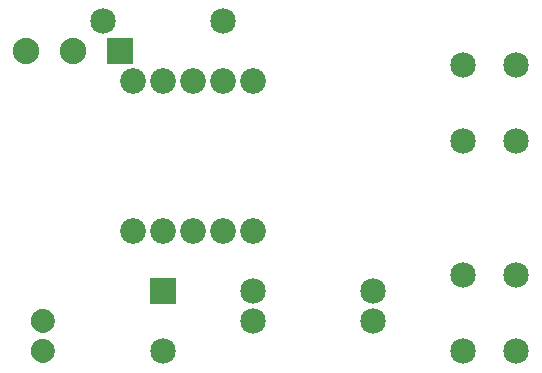
<source format=gts>
G04 MADE WITH FRITZING*
G04 WWW.FRITZING.ORG*
G04 DOUBLE SIDED*
G04 HOLES PLATED*
G04 CONTOUR ON CENTER OF CONTOUR VECTOR*
%ASAXBY*%
%FSLAX23Y23*%
%MOIN*%
%OFA0B0*%
%SFA1.0B1.0*%
%ADD10C,0.088000*%
%ADD11C,0.085000*%
%ADD12C,0.086000*%
%ADD13R,0.088000X0.088000*%
%ADD14R,0.085000X0.085000*%
%ADD15R,0.001000X0.001000*%
%LNMASK1*%
G90*
G70*
G54D10*
X430Y1189D03*
X274Y1189D03*
X118Y1189D03*
G54D11*
X1574Y889D03*
X1574Y1145D03*
X1752Y889D03*
X1752Y1145D03*
X1574Y189D03*
X1574Y445D03*
X1752Y189D03*
X1752Y445D03*
X574Y389D03*
X574Y189D03*
X874Y389D03*
X1274Y389D03*
X874Y289D03*
X1274Y289D03*
X374Y1289D03*
X774Y1289D03*
G54D12*
X474Y589D03*
X574Y589D03*
X674Y589D03*
X774Y589D03*
X874Y589D03*
X474Y1089D03*
X574Y1089D03*
X674Y1089D03*
X774Y1089D03*
X874Y1089D03*
G54D13*
X430Y1189D03*
G54D14*
X574Y389D03*
G54D15*
X167Y330D02*
X180Y330D01*
X163Y329D02*
X185Y329D01*
X160Y328D02*
X188Y328D01*
X158Y327D02*
X190Y327D01*
X156Y326D02*
X192Y326D01*
X154Y325D02*
X194Y325D01*
X152Y324D02*
X195Y324D01*
X151Y323D02*
X197Y323D01*
X150Y322D02*
X198Y322D01*
X148Y321D02*
X199Y321D01*
X147Y320D02*
X201Y320D01*
X146Y319D02*
X202Y319D01*
X145Y318D02*
X203Y318D01*
X144Y317D02*
X203Y317D01*
X143Y316D02*
X204Y316D01*
X143Y315D02*
X205Y315D01*
X142Y314D02*
X206Y314D01*
X141Y313D02*
X206Y313D01*
X141Y312D02*
X207Y312D01*
X140Y311D02*
X208Y311D01*
X139Y310D02*
X208Y310D01*
X139Y309D02*
X209Y309D01*
X138Y308D02*
X209Y308D01*
X138Y307D02*
X210Y307D01*
X137Y306D02*
X210Y306D01*
X137Y305D02*
X211Y305D01*
X137Y304D02*
X211Y304D01*
X136Y303D02*
X211Y303D01*
X136Y302D02*
X212Y302D01*
X136Y301D02*
X212Y301D01*
X136Y300D02*
X212Y300D01*
X135Y299D02*
X212Y299D01*
X135Y298D02*
X213Y298D01*
X135Y297D02*
X213Y297D01*
X135Y296D02*
X213Y296D01*
X135Y295D02*
X213Y295D01*
X135Y294D02*
X213Y294D01*
X135Y293D02*
X213Y293D01*
X134Y292D02*
X213Y292D01*
X134Y291D02*
X213Y291D01*
X134Y290D02*
X213Y290D01*
X134Y289D02*
X213Y289D01*
X135Y288D02*
X213Y288D01*
X135Y287D02*
X213Y287D01*
X135Y286D02*
X213Y286D01*
X135Y285D02*
X213Y285D01*
X135Y284D02*
X213Y284D01*
X135Y283D02*
X213Y283D01*
X135Y282D02*
X212Y282D01*
X136Y281D02*
X212Y281D01*
X136Y280D02*
X212Y280D01*
X136Y279D02*
X212Y279D01*
X136Y278D02*
X211Y278D01*
X137Y277D02*
X211Y277D01*
X137Y276D02*
X211Y276D01*
X138Y275D02*
X210Y275D01*
X138Y274D02*
X210Y274D01*
X139Y273D02*
X209Y273D01*
X139Y272D02*
X209Y272D01*
X140Y271D02*
X208Y271D01*
X140Y270D02*
X207Y270D01*
X141Y269D02*
X207Y269D01*
X142Y268D02*
X206Y268D01*
X142Y267D02*
X205Y267D01*
X143Y266D02*
X205Y266D01*
X144Y265D02*
X204Y265D01*
X145Y264D02*
X203Y264D01*
X146Y263D02*
X202Y263D01*
X147Y262D02*
X201Y262D01*
X148Y261D02*
X200Y261D01*
X149Y260D02*
X199Y260D01*
X150Y259D02*
X198Y259D01*
X152Y258D02*
X196Y258D01*
X153Y257D02*
X195Y257D01*
X155Y256D02*
X193Y256D01*
X157Y255D02*
X191Y255D01*
X159Y254D02*
X189Y254D01*
X161Y253D02*
X186Y253D01*
X165Y252D02*
X183Y252D01*
X170Y251D02*
X177Y251D01*
X167Y230D02*
X181Y230D01*
X163Y229D02*
X185Y229D01*
X160Y228D02*
X188Y228D01*
X158Y227D02*
X190Y227D01*
X155Y226D02*
X192Y226D01*
X154Y225D02*
X194Y225D01*
X152Y224D02*
X195Y224D01*
X151Y223D02*
X197Y223D01*
X149Y222D02*
X198Y222D01*
X148Y221D02*
X199Y221D01*
X147Y220D02*
X201Y220D01*
X146Y219D02*
X202Y219D01*
X145Y218D02*
X203Y218D01*
X144Y217D02*
X203Y217D01*
X143Y216D02*
X204Y216D01*
X143Y215D02*
X205Y215D01*
X142Y214D02*
X206Y214D01*
X141Y213D02*
X207Y213D01*
X141Y212D02*
X207Y212D01*
X140Y211D02*
X208Y211D01*
X139Y210D02*
X208Y210D01*
X139Y209D02*
X209Y209D01*
X138Y208D02*
X209Y208D01*
X138Y207D02*
X210Y207D01*
X137Y206D02*
X210Y206D01*
X137Y205D02*
X211Y205D01*
X137Y204D02*
X211Y204D01*
X136Y203D02*
X211Y203D01*
X136Y202D02*
X212Y202D01*
X136Y201D02*
X212Y201D01*
X136Y200D02*
X212Y200D01*
X135Y199D02*
X212Y199D01*
X135Y198D02*
X213Y198D01*
X135Y197D02*
X213Y197D01*
X135Y196D02*
X213Y196D01*
X135Y195D02*
X213Y195D01*
X135Y194D02*
X213Y194D01*
X135Y193D02*
X213Y193D01*
X134Y192D02*
X213Y192D01*
X134Y191D02*
X213Y191D01*
X134Y190D02*
X213Y190D01*
X134Y189D02*
X213Y189D01*
X135Y188D02*
X213Y188D01*
X135Y187D02*
X213Y187D01*
X135Y186D02*
X213Y186D01*
X135Y185D02*
X213Y185D01*
X135Y184D02*
X213Y184D01*
X135Y183D02*
X212Y183D01*
X135Y182D02*
X212Y182D01*
X136Y181D02*
X212Y181D01*
X136Y180D02*
X212Y180D01*
X136Y179D02*
X212Y179D01*
X137Y178D02*
X211Y178D01*
X137Y177D02*
X211Y177D01*
X137Y176D02*
X210Y176D01*
X138Y175D02*
X210Y175D01*
X138Y174D02*
X210Y174D01*
X139Y173D02*
X209Y173D01*
X139Y172D02*
X209Y172D01*
X140Y171D02*
X208Y171D01*
X140Y170D02*
X207Y170D01*
X141Y169D02*
X207Y169D01*
X142Y168D02*
X206Y168D01*
X142Y167D02*
X205Y167D01*
X143Y166D02*
X205Y166D01*
X144Y165D02*
X204Y165D01*
X145Y164D02*
X203Y164D01*
X146Y163D02*
X202Y163D01*
X147Y162D02*
X201Y162D01*
X148Y161D02*
X200Y161D01*
X149Y160D02*
X199Y160D01*
X150Y159D02*
X197Y159D01*
X152Y158D02*
X196Y158D01*
X153Y157D02*
X195Y157D01*
X155Y156D02*
X193Y156D01*
X157Y155D02*
X191Y155D01*
X159Y154D02*
X189Y154D01*
X162Y153D02*
X186Y153D01*
X165Y152D02*
X183Y152D01*
X171Y151D02*
X176Y151D01*
D02*
G04 End of Mask1*
M02*
</source>
